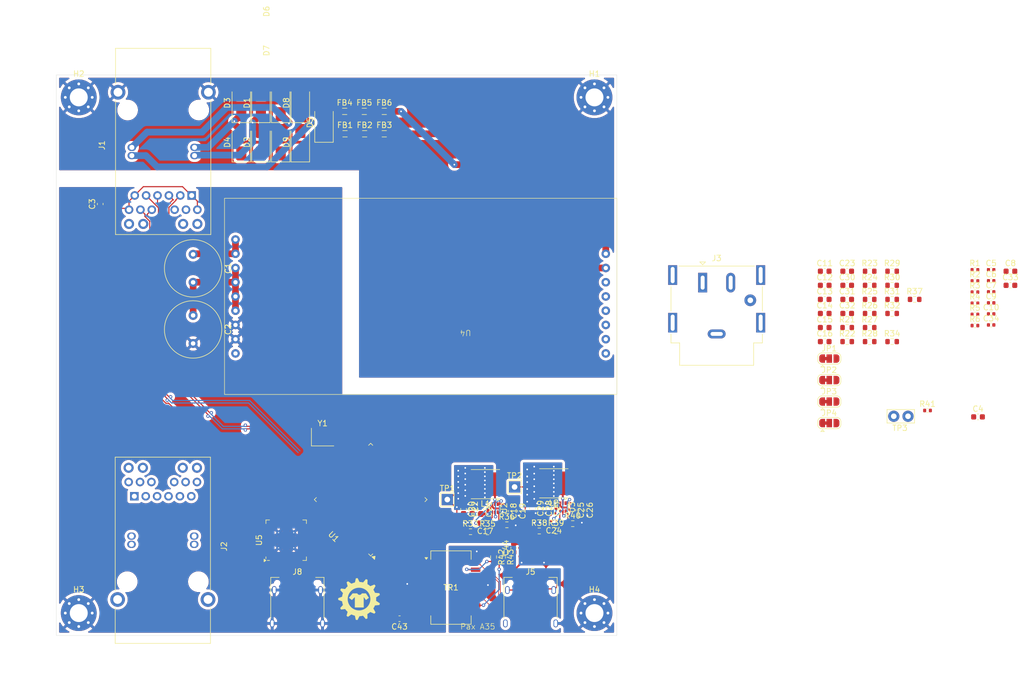
<source format=kicad_pcb>
(kicad_pcb (version 20241229) (generator "pcbnew") (generator_version "9.0")
  (layers (0 "F.Cu" signal) (4 "In1.Cu" signal) (6 "In2.Cu" signal) (2 "B.Cu" signal) (13 "F.Paste" user) (15 "B.Paste" user) (5 "F.SilkS" user "F.Silkscreen") (7 "B.SilkS" user "B.Silkscreen") (1 "F.Mask" user) (3 "B.Mask" user) (25 "Edge.Cuts" user))
  (net 0 "")
  (net 1 "GND")
  (net 2 "HV_SWR")
  (net 4 "Net-(U2-VBST)")
  (net 5 "Net-(U1-XTALO)")
  (net 6 "Net-(U3-VBST)")
  (net 18 "Net-(U1-XTALI)")
  (net 21 "+3.3V")
  (net 22 "+1V1")
  (net 23 "Net-(U1-EN_SWR)")
  (net 24 "Net-(U1-MDIREF)")
  (net 25 "+5V")
  (net 26 "GND2")
  (net 27 "+24V")
  (net 28 "Net-(U3-SW)")
  (net 29 "Net-(R33-Pad2)")
  (net 30 "Net-(R38-Pad2)")
  (net 31 "Net-(U3-VFB)")
  (net 32 "Net-(U2-SW)")
  (net 33 "Net-(U2-VFB)")
  (net 34 "Net-(JP1-A)")
  (net 35 "Net-(JP1-B)")
  (net 36 "Net-(JP4-A)")
  (net 37 "Net-(JP4-B)")
  (net 38 "Net-(JP3-A)")
  (net 39 "Net-(JP3-B)")
  (net 40 "Net-(JP2-B)")
  (net 41 "Net-(JP2-A)")
  (net 42 "Net-(J2-MXCT1)")
  (net 43 "Net-(C8-Pad2)")
  (net 45 "Net-(U4-VIN-)")
  (net 46 "Net-(U4-VIN+)")
  (net 53 "Net-(J1-MXCT1)")
  (net 54 "Net-(D1-A)")
  (net 55 "Net-(D1-K)")
  (net 56 "Net-(D2-K)")
  (net 57 "Net-(D3-K)")
  (net 58 "Net-(D6-K)")
  (net 59 "Net-(D8-K)")
  (net 60 "Net-(FB1-Pad2)")
  (net 61 "Net-(FB2-Pad2)")
  (net 62 "Net-(FB4-Pad2)")
  (net 63 "Net-(FB5-Pad2)")
  (net 68 "Net-(U1-nRESET)")
  (net 69 "Net-(C33-Pad2)")
  (net 105 "VDDCORE")
  (net 123 "/usbc_port/ETH_RX-")
  (net 124 "/usbc_port/RX-")
  (net 125 "/usbc_port/RX+")
  (net 126 "/usbc_port/ETH_RX+")
  (net 127 "/usbc_port/ETH_TX-")
  (net 128 "/usbc_port/TX-")
  (net 129 "/usbc_port/TX+")
  (net 130 "/usbc_port/ETH_TX+")
  (net 131 "/rj45_poe/A-")
  (net 132 "/rj45_poe/C-")
  (net 133 "/rj45_poe/A+")
  (net 134 "/rj45_poe/B-")
  (net 135 "/rj45_poe/D-")
  (net 136 "/rj45_poe/B+")
  (net 137 "/rj45_poe/D+")
  (net 138 "/rj45_poe/C+")
  (net 139 "/rj45_port/A+")
  (net 140 "/rj45_port/B+")
  (net 141 "/rj45_port/C-")
  (net 142 "/rj45_port/C+")
  (net 143 "/rj45_port/D+")
  (net 144 "/rj45_port/A-")
  (net 145 "/rj45_port/D-")
  (net 146 "/rj45_port/B-")
  (net 147 "/usbc_port/USB_D-")
  (net 148 "/usbc_port/USB_D+")
  (net 150 "/PaymentTerminal/ETH_B-")
  (net 151 "/PaymentTerminal/ETH_B+")
  (net 153 "/PaymentTerminal/ETH_A+")
  (net 164 "/PaymentTerminal/ETH_A-")
  (net 165 "/SDA")
  (net 166 "/INT")
  (net 167 "/SCL")
  (net 168 "/P4L")
  (net 169 "/P3L")
  (net 170 "/P2L")
  (net 171 "/P5L")
  (net 172 "/CONF1")
  (net 173 "/P1L")
  (net 174 "/CONF2")
  (net 175 "/usbc_port/D-")
  (net 176 "/P1G")
  (net 177 "/P5G")
  (net 178 "/usbc_port/C+")
  (net 179 "/usbc_port/D+")
  (net 180 "/usbc_port/C-")
  (net 181 "/P2G")
  (net 182 "HV_SWR_1")
  (net 183 "/P3G")
  (net 184 "/P4G")
  (net 185 "/PaymentTerminal/MG")
  (net 186 "/PaymentTerminal/A-")
  (net 187 "/PaymentTerminal/B-")
  (net 188 "/PaymentTerminal/A+")
  (net 189 "/PaymentTerminal/B+")
  (net 190 "Net-(TR1-C_RD)")
  (net 191 "Net-(TR1-C_TX)")
  (net 192 "Net-(TR1-C_RX)")
  (net 201 "Net-(J8-VBUS-PadA4)")
  (net 203 "Net-(J8-CC1)")
  (net 205 "Net-(J8-CC2)")
  (footprint "Capacitor_SMD:C_0603_1608Metric" (layer "F.Cu") (at 236.085 87.55)
    (property "Reference" "C32")
    (property "Value" "27pF")
  )
  (footprint "Inductor_SMD:L_0805_2012Metric" (layer "F.Cu") (at 146.4375 51.5)
    (property "Reference" "FB4")
    (property "Value" "FBMH3225HM102NT")
  )
  (footprint "Resistor_SMD:R_0603_1608Metric" (layer "F.Cu") (at 240.095 87.55)
    (property "Reference" "R26")
    (property "Value" "4.7k")
  )
  (footprint "Jumper:SolderJumper-3_P1.3mm_Bridged12_RoundedPad1.0x1.5mm" (layer "F.Cu") (at 232.895 107.105)
    (property "Reference" "JP4")
    (property "Value" "SMI_SEL")
  )
  (footprint "Capacitor_SMD:C_0603_1608Metric_Pad1.08x0.95mm_HandSolder" (layer "F.Cu") (at 183.75 124.85 180)
    (property "Reference" "C24")
    (property "Value" "100nF")
  )
  (footprint "Inductor_SMD:L_Taiyo-Yuden_MD-5050" (layer "F.Cu") (at 183.75 117.85 180)
    (property "Reference" "L2")
    (property "Value" "1.5uH")
  )
  (footprint "Capacitor_THT:C_Radial_D10.0mm_H16.0mm_P5.00mm" (layer "F.Cu") (at 119.4 77 -90)
    (property "Reference" "C1")
    (property "Value" "1000uF")
  )
  (footprint "Resistor_SMD:R_0603_1608Metric" (layer "F.Cu") (at 244.105 80.02)
    (property "Reference" "R29")
    (property "Value" "4.7k")
  )
  (footprint "Resistor_SMD:R_0402_1005Metric" (layer "F.Cu") (at 258.875 87.72)
    (property "Reference" "R5")
    (property "Value" "100")
  )
  (footprint "Resistor_SMD:R_0402_1005Metric" (layer "F.Cu") (at 258.875 83.74)
    (property "Reference" "R3")
    (property "Value" "100")
  )
  (footprint "Inductor_SMD:L_Taiyo-Yuden_MD-5050" (layer "F.Cu") (at 171.55 118 180)
    (property "Reference" "L1")
    (property "Value" "1.5uH")
  )
  (footprint "Capacitor_SMD:C_0603_1608Metric_Pad1.08x0.95mm_HandSolder" (layer "F.Cu") (at 179.95 122.3125 -90)
    (property "Reference" "C29")
    (property "Value" "22uF")
  )
  (footprint "Capacitor_SMD:C_0603_1608Metric" (layer "F.Cu") (at 232.075 92.57)
    (property "Reference" "C16")
    (property "Value" "100nF")
  )
  (footprint "MountingHole:MountingHole_3.2mm_M3_Pad_Via" (layer "F.Cu") (at 191 49)
    (property "Reference" "H1")
    (property "Value" "MountingHole_Pad")
  )
  (footprint "Capacitor_SMD:C_0603_1608Metric" (layer "F.Cu") (at 236.085 85.04)
    (property "Reference" "C31")
    (property "Value" "27pF")
  )
  (footprint "Inductor_SMD:L_0805_2012Metric" (layer "F.Cu") (at 146.5 55.5)
    (property "Reference" "FB1")
    (property "Value" "FBMH3225HM102NT")
  )
  (footprint "Capacitor_SMD:C_0603_1608Metric_Pad1.08x0.95mm_HandSolder" (layer "F.Cu") (at 188.75 122.65 -90)
    (property "Reference" "C26")
    (property "Value" "10uF")
  )
  (footprint "Capacitor_SMD:C_0603_1608Metric" (layer "F.Cu") (at 232.075 90.06)
    (property "Reference" "C15")
    (property "Value" "100nF")
  )
  (footprint "Package_QFP:LQFP-128_14x14mm_P0.4mm" (layer "F.Cu") (at 151.076784 120.759627 135)
    (property "Reference" "U1")
    (property "Value" "RTL8367S")
  )
  (footprint "Resistor_SMD:R_0603_1608Metric" (layer "F.Cu") (at 174.6 131 -90)
    (property "Reference" "R43")
    (property "Value" "75")
  )
  (footprint "Resistor_SMD:R_0603_1608Metric" (layer "F.Cu") (at 171.925 126.5)
    (property "Reference" "R35")
    (property "Value" "4.99k")
  )
  (footprint "Capacitor_SMD:C_0402_1005Metric" (layer "F.Cu") (at 261.765 81.72)
    (property "Reference" "C6")
    (property "Value" "0.056uF")
  )
  (footprint "Resistor_SMD:R_0603_1608Metric" (layer "F.Cu") (at 181.15 126.35)
    (property "Reference" "R38")
    (property "Value" "6.2k")
  )
  (footprint "Connector_USB:USB_C_Receptacle_Amphenol_12401610E4-2A" (layer "F.Cu") (at 138 140)
    (property "Reference" "J8")
    (property "Value" "USB_C_Receptacle")
  )
  (footprint "Resistor_SMD:R_0603_1608Metric" (layer "F.Cu") (at 175.375 125.25)
    (property "Reference" "R36")
    (property "Value" "10k")
  )
  (footprint "Capacitor_SMD:C_0603_1608Metric" (layer "F.Cu") (at 102.8305 68.025 90)
    (property "Reference" "C3")
    (property "Value" "100nF")
  )
  (footprint "Capacitor_SMD:C_0603_1608Metric_Pad1.08x0.95mm_HandSolder" (layer "F.Cu") (at 167.65 122.4625 -90)
    (property "Reference" "C20")
    (property "Value" "22uF")
  )
  (footprint "Diode_SMD:D_SMA" (layer "F.Cu") (at 138.53 57 90)
    (property "Reference" "D9")
    (property "Value" "SS36")
  )
  (footprint "Resistor_SMD:R_0402_1005Metric" (layer "F.Cu") (at 250.415 104.86)
    (property "Reference" "R41")
    (property "Value" "2.49k")
  )
  (footprint "MountingHole:MountingHole_3.2mm_M3_Pad_Via" (layer "F.Cu") (at 99 141)
    (property "Reference" "H3")
    (property "Value" "MountingHole_Pad")
  )
  (footprint "Capacitor_SMD:C_0603_1608Metric" (layer "F.Cu") (at 259.425 106)
    (property "Reference" "C4")
    (property "Value" "100nF")
  )
  (footprint "Resistor_SMD:R_0402_1005Metric" (layer "F.Cu") (at 258.875 89.71)
    (property "Reference" "R6")
    (property "Value" "49.9")
  )
  (footprint "Capacitor_SMD:C_0603_1608Metric_Pad1.08x0.95mm_HandSolder" (layer "F.Cu") (at 176.75 122.8 -90)
    (property "Reference" "C19")
    (property "Value" "10uF")
  )
  (footprint "Diode_SMD:D_SMA" (layer "F.Cu") (at 135.03 57 90)
    (property "Reference" "D7")
    (property "Value" "SS36")
  )
  (footprint "Capacitor_SMD:C_0603_1608Metric_Pad1.08x0.95mm_HandSolder" (layer "F.Cu") (at 181.45 122.3125 -90)
    (property "Reference" "C28")
    (property "Value" "22uF")
  )
  (footprint "TestPoint:TestPoint_THTPad_2.0x2.0mm_Drill1.0mm" (layer "F.Cu") (at 164.75 120.75)
    (property "Reference" "TP1")
    (property "Value" "1.1V")
  )
  (footprint "Capacitor_SMD:C_0402_1005Metric" (layer "F.Cu") (at 261.765 89.6)
    (property "Reference" "C34")
    (property "Value" "0.056uF")
  )
  (footprint "Capacitor_SMD:C_0603_1608Metric" (layer "F.Cu") (at 236.085 82.53)
    (property "Reference" "C30")
    (property "Value" "100nF")
  )
  (footprint "Capacitor_SMD:C_0603_1608Metric" (layer "F.Cu") (at 156.225 142 180)
    (property "Reference" "C43")
    (property "Value" "100nF")
  )
  (footprint "Capacitor_SMD:C_0603_1608Metric" (layer "F.Cu") (at 236.085 80.02)
    (property "Reference" "C23")
    (property "Value" "100nF")
  )
  (footprint "Resistor_SMD:R_0603_1608Metric" (layer "F.Cu") (at 244.105 92.57)
    (property "Reference" "R34")
    (property "Value" "4.7k")
  )
  (footprint "Capacitor_SMD:C_0603_1608Metric" (layer "F.Cu") (at 176.6 129.375 90)
    (property "Reference" "C44")
    (property "Value" "1nF")
  )
  (footprint "Diode_SMD:D_SMA" (layer "F.Cu") (at 135.03 50 90)
    (property "Reference" "D6")
    (property "Value" "SS36")
  )
  (footprint "Resistor_SMD:R_0603_1608Metric" (layer "F.Cu") (at 236.085 90.06)
    (property "Reference" "R21")
    (property "Value" "4.7k")
  )
  (footprint "Resistor_SMD:R_0603_1608Metric" (layer "F.Cu") (at 240.095 85.04)
    (property "Reference" "R25")
    (property "Value" "4.7k")
  )
  (footprint "Capacitor_SMD:C_0603_1608Metric_Pad1.08x0.95mm_HandSolder" (layer "F.Cu") (at 169.18 122.455 -90)
    (property "Reference" "C22")
    (property "Value" "22uF")
  )
  (footprint "Resistor_SMD:R_0402_1005Metric" (layer "F.Cu") (at 258.875 85.73)
    (property "Reference" "R4")
    (property "Value" "49.9")
  )
  (footprint "Capacitor_SMD:C_0603_1608Metric" (layer "F.Cu") (at 232.075 87.55)
    (property "Reference" "C14")
    (property "Value" "100nF")
  )
  (footprint "Capacitor_SMD:C_0603_1608Metric" (layer "F.Cu") (at 265.205 80.02)
    (property "Reference" "C8")
    (property "Value" "100nF")
  )
  (footprint "Connector:CUI_PD-30S" (layer "F.Cu") (at 210.3 82.05)
    (property "Reference" "J3")
    (property "Value" "CUI_PD-30S")
  )
  (footprint "Capacitor_SMD:C_0603_1608Metric_Pad1.08x0.95mm_HandSolder" (layer "F.Cu") (at 170.75 122.4625 -90)
    (property "Reference" "C21")
    (property "Value" "22uF")
  )
  (footprint "Capacitor_SMD:C_0603_1608Metric_Pad1.08x0.95mm_HandSolder" (layer "F.Cu") (at 187.15 122.65 -90)
    (property "Reference" "C25")
    (property "Value" "10uF")
  )
  (footprint "Resistor_SMD:R_0603_1608Metric" (layer "F.Cu") (at 240.095 90.06)
    (property "Reference" "R27")
    (property "Value" "4.7k")
  )
  (footprint "Resistor_SMD:R_0603_1608Metric" (layer "F.Cu") (at 240.095 80.02)
    (property "Reference" "R23")
    (property "Value" "4.7k")
  )
  (footprint "Diode_SMD:D_SMA" (layer "F.Cu") (at 128 50 90)
    (property "Reference" "D3")
    (property "Value" "SS36")
  )
  (footprint "Package_DFN_QFN:QFN-56-1EP_7x7mm_P0.4mm_EP3.2x3.2mm_ThermalVias" (layer "F.Cu") (at 136 128 90)
    (property "Reference" "U5")
    (property "Value" "~")
  )
  (footprint "Capacitor_SMD:C_0402_1005Metric" (layer "F.Cu") (at 261.765 79.75)
    (property "Reference" "C5")
    (property "Value" "0.056uF")
  )
  (footprint "Inductor_SMD:L_0805_2012Metric" (layer "F.Cu") (at 150 55.5)
    (property "Reference" "FB2")
    (property "Value" "FBMH3225HM102NT")
  )
  (footprint "Resistor_SMD:R_0603_1608Metric" (layer "F.Cu") (at 184.15 126.35)
    (property "Reference" "R39")
    (property "Value" "39k")
  )
  (footprint "Connector_USB:USB_C_Receptacle_Amphenol_12401610E4-2A" (layer "F.Cu") (at 179.6 140)
    (property "Reference" "J5")
    (property "Value" "USB_C_Receptacle")
  )
  (footprint "Inductor_SMD:L_0805_2012Metric" (layer "F.Cu") (at 149.9375 51.5)
    (property "Reference" "FB5")
    (property "Value" "FBMH3225HM102NT")
  )
  (footprint "Capacitor_SMD:C_0603_1608Metric" (layer "F.Cu") (at 265.205 82.53)
    (property "Reference" "C33")
    (property "Value" "100nF")
  )
  (footprint "Capacitor_SMD:C_0603_1608Metric" (layer "F.Cu") (at 232.075 80.02)
    (property "Reference" "C11")
    (property "Value" "100nF")
  )
  (footprint "Diode_SMD:D_SMA" (layer "F.Cu") (at 142.75 53.5 90)
    (property "Reference" "D5")
    (property "Value" "SMAJ58A")
  )
  (footprint "Jumper:SolderJumper-3_P1.3mm_Bridged12_RoundedPad1.0x1.5mm" (layer "F.Cu") (at 232.895 103.27)
    (property "Reference" "JP3")
    (property "Value" "DIS_8051")
  )
  (footprint "Resistor_SMD:R_0603_1608Metric" (layer "F.Cu") (at 168.89 126.49)
    (property "Reference" "R33")
    (property "Value" "3.3k")
  )
  (footprint "Resistor_SMD:R_0402_1005Metric" (layer "F.Cu") (at 258.875 79.76)
    (property "Reference" "R1")
    (property "Value" "49.9")
  )
  (footprint "Transformer_SMD:Transformer_Ethernet_Bourns_PT61017PEL" (layer "F.Cu") (at 165.4 136.445)
    (property "Reference" "TR1")
    (property "Value" "PT61017PEL")
  )
  (footprint "Resistor_SMD:R_0603_1608Metric" (layer "F.Cu") (at 187.125 125.05)
    (property "Reference" "R40")
    (property "Value" "10k")
  )
  (footprint "Resistor_SMD:R_0603_1608Metric" (layer "F.Cu") (at 244.105 87.55)
    (property "Reference" "R32")
    (property "Value" "4.7k")
  )
  (footprint "Jumper:SolderJumper-3_P1.3mm_Bridged12_RoundedPad1.0x1.5mm" (layer "F.Cu") (at 232.895 95.6)
    (property "Reference" "JP1")
    (property "Value" "EEPROM_MOD")
  )
  (footprint "Diode_SMD:D_SMA" (layer "F.Cu") (at 131.5 50 90)
    (property "Reference" "D1")
    (property "Value" "SS36")
  )
  (footprint "Library:RJ45_Wuerth_7499511420" (layer "F.Cu") (at 108.9845 66.5 90)
    (property "Reference" "J1")
    (property "Value" "RJ45_Wuerth_7499511420")
  )
  (footprint "Diode_SMD:D_SMA" (layer "F.Cu") (at 128 57 90)
    (property "Reference" "D4")
    (property "Value" "SS36")
  )
  (footprint "Resistor_SMD:R_0603_1608Metric" (layer "F.Cu") (at 248.115 85.04)
    (property "Reference" "R37")
    (property "Value" "1k")
  )
  (footprint "Capacitor_SMD:C_0402_1005Metric" (layer "F.Cu") (at 261.765 85.66)
    (property "Reference" "C9")
    (property "Value" "0.056uF")
  )
  (footprint "Capacitor_SMD:C_0603_1608Metric" (layer "F.Cu") (at 232.075 82.53)
    (property "Reference" "C12")
    (property "Value" "100nF")
  )
  (footprint "Diode_SMD:D_SMA" (layer "F.Cu") (at 138.53 50 90)
    (property "Reference" "D8")
    (property "Value" "SS36")
  )
  (footprint "Inductor_SMD:L_0805_2012Metric" (layer "F.Cu") (at 153.5 55.5)
    (property "Reference" "FB3")
    (property "Value" "FBMH3225HM102NT")
  )
  (footprint "Capacitor_SMD:C_0603_1608Metric_Pad1.08x0.95mm_HandSolder" (layer "F.Cu") (at 175.15 122.8 -90)
    (property "Reference" "C18")
    (property "Value" "10uF")
  )
  (footprint "Capacitor_SMD:C_0603_1608Metric_Pad1.08x0.95mm_HandSolder" (layer "F.Cu") (at 182.92 122.3125 -90)
    (property "Reference" "C27")
    (property "Value" "22uF")
  )
  (footprint "MountingHole:MountingHole_3.2mm_M3_Pad_Via" (layer "F.Cu") (at 99 49)
    (property "Reference" "H2")
    (property "Value" "MountingHole_Pad")
  )
  (footprint "Resistor_SMD:R_0402_1005Metric" (layer "F.Cu") (at 258.875 81.75)
    (property "Reference" "R2")
    (property "Value" "49.9")
  )
  (footprint "Library:AG5800" (layer "F.Cu") (at 195 102 180)
    (property "Reference" "U4")
    (property "Value" "AG5800")
  )
  (footprint "Capacitor_SMD:C_0402_1005Metric" (layer "F.Cu") (at 261.765 83.69)
    (property "Reference" "C7")
    (property "Value" "22pF")
  )
  (footprint "MountingHole:MountingHole_3.2mm_M3_Pad_Via" (layer "F.Cu") (at 191 141)
    (property "Reference" "H4")
    (property "Value" "MountingHole_Pad")
  )
  (footprint "Capacitor_SMD:C_0603_1608Metric_Pad1.08x0.95mm_HandSolder" (layer "F.Cu") (at 171.5 124.95 180)
    (property "Reference" "C17")
    (property "Value" "100nF")
  )
  (footprint "Capacitor_THT:C_Radial_D10.0mm_H16.0mm_P5.00mm" (layer "F.Cu") (at 119.4 87.9 -90)
    (property "Reference" "C2")
    (property "Value" "1000uF")
  )
  (footprint "Inductor_SMD:L_0805_2012Metric" (layer "F.Cu") (at 153.5 51.5)
    (property "Reference" "FB6")
    (property "Value" "FBMH3225HM102NT")
  )
  (footprint "Crystal:Crystal_SMD_SeikoEpson_TSX3225-4Pin_3.2x2.5mm" (layer "F.Cu") (at 142.5 109.6)
    (property "Reference" "Y1")
    (property "Value" "TSX-3225")
  )
  (footprint "Resistor_SMD:R_0603_1608Metric" (layer "F.Cu") (at 244.105 85.04)
    (property "Reference" "R31")
    (property "Value" "4.7k")
  )
  (footprint "Jumper:SolderJumper-3_P1.3mm_Bridged12_RoundedPad1.0x1.5mm" (layer "F.Cu") (at 232.895 99.435)
    (property "Reference" "JP2")
    (property "Value" "EN_SPIF")
  )
  (footprint "Capacitor_SMD:C_0402_1005Metric" (layer "F.Cu") (at 261.765 87.63)
    (property "Reference" "C10")
    (property "Value" "22pF")
  )
  (footprint "Package_TO_SOT_SMD:SOT-563" (layer "F.Cu") (at 185.35 122.1125 -90)
    (property "Reference" "U3")
    (property "Value" "TPS562231")
  )
  (footprint "Package_TO_SOT_SMD:SOT-563" (layer "F.Cu") (at 173.25 122.2875 -90)
    (property "Reference" "U2")
    (property "Value" "TPS562231")
  )
  (footprint "Resistor_SMD:R_0603_1608Metric" (layer "F.Cu") (at 240.095 92.57)
    (property "Reference" "R28")
    (property "Value" "4.7k")
  )
  (footprint "Diode_SMD:D_SMA" (layer "F.Cu") (at 131.5 57 90)
    (property "Reference" "D2")
    (property "Value" "SS36")
  )
  (footprint "TestPoint:TestPoint_Bridge_Pitch2.54mm_Drill1.0mm" (layer "F.Cu") (at 244.395 105.89)
    (property "Reference" "TP3")
    (property "Value" "Ground point")
  )
  (footprint "Library:RJ45_Wuerth_7499511420" (layer "F.Cu") (at 119.075 120.16 -90)
    (property "Reference" "J2")
    (property "Value" "RJ45_Wuerth_7499511420")
  )
  (footprint "Resistor_SMD:R_0603_1608Metric" (layer "F.Cu") (at 236.085 92.57)
    (property "Reference" "R22")
    (property "Value" "4.7k")
  )
  (footprint "Capacitor_SMD:C_0603_1608Metric" (layer "F.Cu") (at 232.075 85.04)
    (property "Reference" "C13")
    (property "Value" "100nF")
  )
  (footprint "Resistor_SMD:R_0603_1608Metric" (layer "F.Cu") (at 173 131 -90)
    (property "Reference" "R42")
    (property "Value" "75")
  )
  (footprint "Resistor_SMD:R_0603_1608Metric" (layer "F.Cu") (at 240.095 82.53)
    (property "Reference" "R24")
    (property "Value" "4.7k")
  )
  (footprint "Resistor_SMD:R_0603_1608Metric" (layer "F.Cu") (at 244.105 82.53)
    (property "Reference" "R30")
    (property "Value" "4.7k")
  )
  (footprint "TestPoint:TestPoint_THTPad_2.0x2.0mm_Drill1.0mm" (layer "F.Cu") (at 176.75 118.5)
    (property "Reference" "TP2")
    (property "Value" "3.3V")
  )
  (gr_poly (pts (xy 149.087907 135.446256) (xy 149.168738 135.449786) (xy 149.249407 135.455449) (xy 149.329871 135.463241) (xy 149.410087 135.473154) (xy 149.490014 135.485183) (xy 149.569608 135.499321) (xy 149.648829 135.515563) (xy 149.727632 135.533903) (xy 149.729631 135.526243) (xy 150.224992 134.943418) (xy 150.521364 135.056577) (xy 150.502214 135.821287) (xy 150.494203 135.835966) (xy 150.563855 135.876204) (xy 150.63239 135.918235) (xy 150.699776 135.962037) (xy 150.765977 136.007585) (xy 150.83096 136.054858) (xy 150.894689 136.103831) (xy 150.957131 136.154481) (xy 151.018251 136.206785) (xy 151.033143 136.189512) (xy 151.742601 135.903684) (xy 151.952409 136.14163) (xy 151.580079 136.809782) (xy 151.557283 136.82498) (xy 151.600308 136.892638) (xy 151.641525 136.961371) (xy 151.680916 137.03114) (xy 151.71846 137.101908) (xy 151.754137 137.173635) (xy 151.787929 137.246284) (xy 151.819816 137.319816) (xy 151.849779 137.394193) (xy 151.879182 137.382597) (xy 152.640138 137.459257) (xy 152.715379 137.767362) (xy 152.075197 138.186003) (xy 152.04442 138.189359) (xy 152.048203 138.228293) (xy 152.051487 138.267269) (xy 152.05427 138.306284) (xy 152.056552 138.345331) (xy 152.058335 138.384405) (xy 152.059618 138.423501) (xy 152.060402 138.462614) (xy 152.060686 138.501737) (xy 152.059962 138.542711) (xy 152.058693 138.583664) (xy 152.05688 138.624591) (xy 152.054521 138.665487) (xy 152.051616 138.706346) (xy 152.048163 138.747162) (xy 152.044162 138.787929) (xy 152.039613 138.828642) (xy 152.073732 138.832457) (xy 152.711961 139.253965) (xy 152.635393 139.561735) (xy 151.874025 139.634977) (xy 151.846589 139.624022) (xy 151.81604 139.698193) (xy 151.78357 139.771499) (xy 151.7492 139.843903) (xy 151.712949 139.915369) (xy 151.674837 139.985861) (xy 151.634884 140.055342) (xy 151.593109 140.123777) (xy 151.549531 140.19113) (xy 151.572435 140.20645) (xy 151.941774 140.87628) (xy 151.730852 141.113249) (xy 151.022706 140.824156) (xy 151.0085 140.807585) (xy 150.947186 140.859726) (xy 150.88455 140.910207) (xy 150.820629 140.959006) (xy 150.755456 141.006098) (xy 150.689068 141.05146) (xy 150.621499 141.09507) (xy 150.552783 141.136904) (xy 150.482957 141.176939) (xy 150.490053 141.190092) (xy 150.505754 141.954802) (xy 150.208848 142.066618) (xy 149.716127 141.481596) (xy 149.714128 141.472685) (xy 149.635297 141.490553) (xy 149.556064 141.50632) (xy 149.476469 141.519983) (xy 149.396556 141.531538) (xy 149.316366 141.540982) (xy 149.235942 141.54831) (xy 149.155324 141.55352) (xy 149.074556 141.556608) (xy 149.074556 141.557951) (xy 148.733034 142.242399) (xy 148.41826 142.203459) (xy 148.253724 141.464293) (xy 148.17444 141.443299) (xy 148.095791 141.420201) (xy 148.017816 141.395013) (xy 147.940559 141.36775) (xy 147.864059 141.338427) (xy 147.788357 141.307059) (xy 147.713495 141.273662) (xy 147.639512 141.238249) (xy 147.029695 141.673277) (xy 146.769029 141.49243) (xy 146.960328 140.773497) (xy 146.899199 140.717212) (xy 146.839656 140.659319) (xy 146.78173 140.599854) (xy 146.72545 140.538851) (xy 146.670847 140.476344) (xy 146.61795 140.412368) (xy 146.56679 140.346959) (xy 146.517396 140.280149) (xy 145.785921 140.377775) (xy 145.639192 140.096495) (xy 146.134813 139.553923) (xy 146.107028 139.474946) (xy 146.081427 139.395287) (xy 146.058021 139.314991) (xy 146.036823 139.234102) (xy 146.017842 139.152666) (xy 146.001091 139.070726) (xy 145.98658 138.988328) (xy 145.974321 138.905516) (xy 145.286699 138.652647) (xy 145.286878 138.475314) (xy 146.979613 138.475314) (xy 146.980879 138.575643) (xy 146.987216 138.676531) (xy 146.998717 138.777825) (xy 147.015475 138.879371) (xy 147.037584 138.981016) (xy 147.064797 139.081412) (xy 147.096713 139.179254) (xy 147.133179 139.274451) (xy 147.17404 139.366908) (xy 147.219144 139.456532) (xy 147.268336 139.543231) (xy 147.321464 139.62691) (xy 147.378375 139.707478) (xy 147.438914 139.784839) (xy 147.502928 139.858902) (xy 147.570263 139.929573) (xy 147.640767 139.996758) (xy 147.714286 140.060365) (xy 147.790666 140.1203) (xy 147.869754 140.176469) (xy 147.951396 140.228781) (xy 148.03544 140.277141) (xy 148.121731 140.321455) (xy 148.210116 140.361632) (xy 148.300441 140.397578) (xy 148.392554 140.429199) (xy 148.4863 140.456402) (xy 148.581527 140.479093) (xy 148.678081 140.497181) (xy 148.775808 140.510571) (xy 148.874554 140.51917) (xy 148.974168 140.522885) (xy 149.074494 140.521622) (xy 149.17538 140.515289) (xy 149.276672 140.503792) (xy 149.378216 140.487038) (xy 149.47986 140.464933) (xy 149.580261 140.43772) (xy 149.678108 140.405803) (xy 149.773309 140.369337) (xy 149.865771 140.328475) (xy 149.955399 140.283369) (xy 150.042101 140.234175) (xy 150.125784 140.181045) (xy 150.206353 140.124133) (xy 150.283717 140.063591) (xy 150.357782 139.999575) (xy 150.428454 139.932237) (xy 150.49564 139.86173) (xy 150.559248 139.788208) (xy 150.619183 139.711825) (xy 150.675353 139.632734) (xy 150.727664 139.551088) (xy 150.776024 139.467042) (xy 150.820338 139.380748) (xy 150.860514 139.292359) (xy 150.896458 139.20203) (xy 150.928077 139.109914) (xy 150.955278 139.016165) (xy 150.977967 138.920935) (xy 150.996052 138.824378) (xy 151.00944 138.726649) (xy 151.018036 138.627899) (xy 151.021747 138.528283) (xy 151.020481 138.427954) (xy 151.014145 138.327066) (xy 151.002644 138.225772) (xy 150.985886 138.124226) (xy 150.963777 138.022581) (xy 150.940585 137.935895) (xy 150.913819 137.850979) (xy 150.883573 137.767905) (xy 150.849944 137.686744) (xy 150.813026 137.607569) (xy 150.772915 137.530452) (xy 150.729706 137.455463) (xy 150.683494 137.382675) (xy 150.634374 137.31216) (xy 150.582441 137.243988) (xy 150.47052 137.114966) (xy 150.348491 136.996183) (xy 150.217117 136.888212) (xy 150.077158 136.791628) (xy 149.929378 136.707005) (xy 149.774536 136.634917) (xy 149.694706 136.603754) (xy 149.613396 136.575939) (xy 149.530702 136.551545) (xy 149.446719 136.530644) (xy 149.361542 136.513308) (xy 149.275267 136.499607) (xy 149.187988 136.489615) (xy 149.099801 136.483402) (xy 149.010801 136.481041) (xy 148.921083 136.482603) (xy 148.870602 136.485233) (xy 148.820226 136.489118) (xy 148.769979 136.494255) (xy 148.719884 136.500643) (xy 148.669966 136.508279) (xy 148.620246 136.517163) (xy 148.57075 136.527291) (xy 148.521501 136.538664) (xy 148.4211 136.565877) (xy 148.323253 136.597794) (xy 148.228051 136.63426) (xy 148.13559 136.675122) (xy 148.045962 136.720228) (xy 147.95926 136.769422) (xy 147.875577 136.822552) (xy 147.795007 136.879464) (xy 147.717644 136.940006) (xy 147.643579 137.004022) (xy 147.572907 137.07136) (xy 147.50572 137.141867) (xy 147.442113 137.215389) (xy 147.382177 137.291772) (xy 147.326008 137.370863) (xy 147.273696 137.452509) (xy 147.225337 137.536555) (xy 147.181023 137.62285) (xy 147.140847 137.711238) (xy 147.104903 137.801567) (xy 147.073284 137.893683) (xy 147.046083 137.987432) (xy 147.023393 138.082662) (xy 147.005308 138.179219) (xy 146.991921 138.276948) (xy 146.983325 138.375698) (xy 146.979613 138.475314) (xy 145.286878 138.475314) (xy 145.287019 138.335417) (xy 145.975694 138.08563) (xy 145.988072 138.002717) (xy 146.002709 137.920221) (xy 146.019595 137.838189) (xy 146.038717 137.756666) (xy 146.060063 137.675698) (xy 146.083622 137.595331) (xy 146.109382 137.51561) (xy 146.13733 137.436582) (xy 145.645997 136.893064) (xy 145.794053 136.612486) (xy 146.525606 136.713712) (xy 146.575108 136.64692) (xy 146.626379 136.581538) (xy 146.679386 136.517597) (xy 146.7341 136.455133) (xy 146.790489 136.394178) (xy 146.848524 136.334766) (xy 146.908174 136.276929) (xy 146.969407 136.220701) (xy 146.782167 135.502226) (xy 147.043626 135.322599) (xy 147.652482 135.761564) (xy 147.726469 135.726355) (xy 147.801334 135.693155) (xy 147.877035 135.661981) (xy 147.953531 135.632849) (xy 148.030779 135.605773) (xy 148.108737 135.58077) (xy 148.187364 135.557856) (xy 148.266618 135.537046) (xy 148.43448 134.798734) (xy 148.749528 134.761198)) (stroke (width -0.000001)) (fill yes) (layer "F.SilkS"))
  (gr_poly (pts (xy 148.703531 137.515737) (xy 148.719514 137.543627) (xy 148.737353 137.570058) (xy 148.756944 137.594964) (xy 148.77818 137.618274) (xy 148.800959 137.63992) (xy 148.825174 137.659834) (xy 148.850722 137.677946) (xy 148.877498 137.694188) (xy 148.905397 137.708491) (xy 148.934314 137.720787) (xy 148.964146 137.731007) (xy 148.994786 137.739082) (xy 149.026132 137.744943) (xy 149.058077 137.748522) (xy 149.090517 137.749749) (xy 149.106802 137.749443) (xy 149.122976 137.74854) (xy 149.139026 137.747048) (xy 149.154939 137.744976) (xy 149.170703 137.742333) (xy 149.186304 137.739127) (xy 149.201728 137.735368) (xy 149.216963 137.731062) (xy 149.231996 137.72622) (xy 149.246814 137.72085) (xy 149.261403 137.71496) (xy 149.275751 137.708559) (xy 149.289844 137.701656) (xy 149.303669 137.694259) (xy 149.317213 137.686376) (xy 149.330463 137.678017) (xy 149.343406 137.669189) (xy 149.356029 137.659903) (xy 149.368318 137.650165) (xy 149.380261 137.639985) (xy 149.391844 137.629372) (xy 149.403055 137.618333) (xy 149.41388 137.606878) (xy 149.424306 137.595015) (xy 149.434321 137.582752) (xy 149.44391 137.570099) (xy 149.453061 137.557064) (xy 149.461761 137.543656) (xy 149.469996 137.529882) (xy 149.477754 137.515752) (xy 149.485021 137.501275) (xy 149.491785 137.486458) (xy 150.234375 137.486458) (xy 150.763542 138.280208) (xy 150.234375 138.677083) (xy 149.8375 138.147916) (xy 149.8375 140) (xy 148.25 140) (xy 148.25 138.147916) (xy 147.720833 138.677083) (xy 147.191667 138.280208) (xy 147.853125 137.486458) (xy 148.689508 137.486458)) (stroke (width -0.000001)) (fill yes) (layer "F.SilkS"))
  (gr_rect (start 95 45) (end 195 145) (stroke (width 0.05)) (fill no) (layer "Edge.Cuts"))
  (gr_text "Pax A35" (at 167 144 0) (layer "F.SilkS") (effects (font (size 1 1) (thickness 0.1)) (justify left bottom)))
  (segment (start 171.925 123.325) (end 170.75 123.325) (width 0.34) (layer "F.Cu") (net 1))
  (segment (start 167.65 123.325) (end 168.45 123.325) (width 0.34) (layer "F.Cu") (net 1))
  (segment (start 175.47 136.89) (end 176.39 136.89) (width 0.2) (layer "F.Cu") (net 1))
  (segment (start 176.85 135.828) (end 176.6 136.078) (width 0.3) (layer "F.Cu") (net 1))
  (segment (start 169.1725 123.325) (end 169.18 123.3175) (width 0.34) (layer "F.Cu") (net 1))
  (segment (start 182.1 136.68) (end 183.52 136.68) (width 0.2) (layer "F.Cu") (net 1))
  (segment (start 174.608816 122.941184) (end 175.15 123.482368) (width 0.34) (layer "F.Cu") (net 1))
  (segment (start 169.95 123.325) (end 169.1875 123.325) (width 0.34) (layer "F.Cu") (net 1))
  (segment (start 170.75 123.325) (end 169.95 123.325) (width 0.34) (layer "F.Cu") (net 1))
  (segment (start 168.45 123.325) (end 169.1725 123.325) (width 0.34) (layer "F.Cu") (net 1))
  (segment (start 186.109132 122.1665) (end 187.15 123.207368) (width 0.34) (layer "F.Cu") (net 1))
  (segment (start 180.5 123.175) (end 181.45 123.175) (width 0.34) (layer "F.Cu") (net 1))
  (segment (start 169.1875 123.325) (end 169.18 123.3175) (width 0.34) (layer "F.Cu") (net 1))
  (segment (start 174.009132 122.3415) (end 174.608816 122.941184) (width 0.34) (layer "F.Cu") (net 1))
  (segment (start 184.3 136.32) (end 183.73 136.89) (width 0.2) (layer "F.Cu") (net 1))
  (segment (start 175.15 123.482368) (end 175.15 123.6625) (width 0.34) (layer "F.Cu") (net 1))
  (segment (start 182.616 134.714) (end 183.733562 134.714) (width 0.2) (layer "F.Cu") (net 1))
  (segment (start 172.75 121.992632) (end 173.098868 122.3415) (width 0.34) (layer "F.Cu") (net 1))
  (segment (start 185.198868 122.1665) (end 186.109132 122.1665) (width 0.34) (layer "F.Cu") (net 1))
  (segment (start 176.85 133.15) (end 178 132) (width 0.3) (layer "F.Cu") (net 1))
  (segment (start 175.15 123.6625) (end 176.75 123.6625) (width 0.2) (layer "F.Cu") (net 1))
  (segment (start 183.492632 123.175) (end 183.896316 122.771316) (width 0.34) (layer "F.Cu") (net 1))
  (segment (start 176.85 134.98) (end 176.85 133.15) (width 0.3) (layer "F.Cu") (net 1))
  (segment (start 173.098868 122.3415) (end 174.009132 122.3415) (width 0.34) (layer "F.Cu") (net 1))
  (segment (start 172.75 122) (end 171.95 122.8) (width 0.34) (layer "F.Cu") (net 1))
  (segment (start 183.896316 122.771316) (end 184.85 121.817632) (width 0.34) (layer "F.Cu") (net 1))
  (segment (start 171.95 123.35) (end 171.925 123.325) (width 0.34) (layer "F.Cu") (net 1))
  (segment (start 184.85 121.4) (end 184.85 121.817632) (width 0.34) (layer "F.Cu") (net 1))
  (segment (start 172.75 121.575) (end 172.75 122) (width 0.34) (layer "F.Cu") (net 1))
  (segment (start 188.75 123.5125) (end 187.15 123.5125) (width 0.34) (layer "F.Cu") (net 1))
  (segment (start 172.75 121.575) (end 172.75 121.992632) (width 0.34) (layer "F.Cu") (net 1))
  (segment (start 182.25 123.175) (end 181.45 123.175) (width 0.34) (layer "F.Cu") (net 1))
  (segment (start 184.3 135.280438) (end 184.3 136.32) (width 0.2) (layer "F.Cu") (net 1))
  (segment (start 187.15 123.207368) (end 187.15 123.5125) (width 0.34) (layer "F.Cu") (net 1))
  (segment (start 176.39 136.89) (end 176.6 136.68) (width 0.2) (layer "F.Cu") (net 1))
  (segment (start 182.92 123.175) (end 182.25 123.175) (width 0.34) (layer "F.Cu") (net 1))
  (segment (start 171.95 122.8) (end 171.95 123.35) (width 0.34) (layer "F.Cu") (net 1))
  (segment (start 183.52 136.68) (end 183.73 136.89) (width 0.2) (layer "F.Cu") (net 1))
  (segment (start 176.6 136.078) (end 176.6 136.68) (width 0.3) (layer "F.Cu") (net 1))
  (segment (start 183.733562 134.714) (end 184.3 135.280438) (width 0.2) (layer "F.Cu") (net 1))
  (segment (start 182.35 134.98) (end 182.616 134.714) (width 0.2) (layer "F.Cu") (net 1))
  (segment (start 182.92 123.175) (end 183.492632 123.175) (width 0.34) (layer "F.Cu") (net 1))
  (segment (start 184.85 121.817632) (end 185.198868 122.1665) (width 0.34) (layer "F.Cu") (net 1))
  (segment (start 179.95 123.175) (end 180.5 123.175) (width 0.34) (layer "F.Cu") (net 1))
  (segment (start 182.35 134.98) (end 182.35 132.35) (width 0.2) (layer "F.Cu") (net 1))
  (segment (start 182.35 132.35) (end 182 132) (width 0.2) (layer "F.Cu") (net 1))
  (segment (start 176.85 134.98) (end 176.85 135.828) (width 0.3) (layer "F.Cu") (net 1))
  (via (at 189.75 123.625) (size 0.6) (drill 0.3) (layers "F.Cu" "B.Cu") (net 1))
  (via (at 171.95 123.35) (size 0.6) (drill 0.3) (layers "F.Cu" "B.Cu") (net 1))
  (via (at 180.5 123.175) (size 0.6) (drill 0.3) (layers "F.Cu" "B.Cu") (net 1))
  (via (at 168.45 124.85) (size 0.6) (drill 0.3) (layers "F.Cu" "B.Cu") (net 1))
  (via (at 183.896316 122.771316) (size 0.6) (drill 0.3) (layers "F.Cu" "B.Cu") (net 1))
  (via (at 174.608816 122.941184) (size 0.6) (drill 0.3) (layers "F.Cu" "B.Cu") (net 1))
  (via (at 188.75 124.875) (size 0.6) (drill 0.3) (layers "F.Cu" "B.Cu") (net 1))
  (via (at 178 132) (size 0.6) (drill 0.3) (layers "F.Cu" "B.Cu") (net 1))
  (via (at 182 132) (size 0.6) (drill 0.3) (layers "F.Cu" "B.Cu") (net 1))
  (via (at 168.45 123.325) (size 0.6) (drill 0.3) (layers "F.Cu" "B.Cu") (net 1))
  (via (at 182.25 123.175) (size 0.6) (drill 0.3) (layers "F.Cu" "B.Cu") (net 1))
  (via (at 177.45 123.6) (size 0.6) (drill 0.3) (layers "F.Cu" "B.Cu") (net 1))
  (via (at 180.25 124.875) (size 0.6) (drill 0.3) (layers "F.Cu" "B.Cu") (net 1))
  (via (at 176.95 125.35) (size 0.6) (drill 0.3) (layers "F.Cu" "B.Cu") (net 1))
  (via (at 181.25 124.875) (size 0.6) (drill 0.3) (layers "F.Cu" "B.Cu") (net 1))
  (via (at 169.95 123.325) (size 0.6) (drill 0.3) (layers "F.Cu" "B.Cu") (net 1))
  (via (at 167.7 124.85) (size 0.6) (drill 0.3) (layers "F.Cu" "B.Cu") (net 1))
  (via (at 157.6 135.8) (size 0.6) (drill 0.3) (layers "F.Cu" "B.Cu") (net 1))
  (segment (start 172.75 123.9625) (end 172.3625 124.35) (width 0.2) (layer "F.Cu") (net 4))
  (segment (start 172.75 123) (end 172.75 123.9625) (width 0.2) (layer "F.Cu") (net 4))
  (segment (start 172.3625 124.35) (end 172.3625 124.95) (width 0.2) (layer "F.Cu") (net 4))
  (segment (start 184.8125 124.75) (end 184.8125 122.8625) (width 0.2) (layer "F.Cu") (net 6))
  (segment (start 184.8125 122.8625) (end 184.85 122.825) (width 0.2) (layer "F.Cu") (net 6))
  (segment (start 178.65 124.675) (end 178.65 122.05) (width 0.2) (layer "F.Cu") (net 21))
  (segment (start 179.95 121.45) (end 180.75 121.45) (width 0.34) (layer "F.Cu") (net 21))
  (segment (start 180.75 121.45) (end 181.45 121.45) (width 0.34) (layer "F.Cu") (net 21))
  (segment (start 182.25 121.45) (end 181.45 121.45) (width 0.34) (layer "F.Cu") (net 21))
  (segment (start 179.25 121.45) (end 179.95 121.45) (width 0.2) (layer "F.Cu") (net 21))
  (segment (start 180.325 126.35) (end 178.65 124.675) (width 0.2) (layer "F.Cu") (net 21))
  (segment (start 176.75 118.5) (end 178.625 118.5) (width 0.2) (layer "F.Cu") (net 21))
  (segment (start 178.65 122.05) (end 179.25 121.45) (width 0.2) (layer "F.Cu") (net 21))
  (segment (start 178.625 118.5) (end 179 118.875) (width 0.2) (layer "F.Cu") (net 21))
  (segment (start 182.92 121.45) (end 182.25 121.45) (width 0.34) (layer "F.Cu") (net 21))
  (via (at 179 117.625) (size 0.6) (drill 0.3) (layers "F.Cu" "B.Cu") (net 21))
  (via (at 183.75 118.625) (size 0.6) (drill 0.3) (layers "F.Cu" "B.Cu") (net 21))
  (via (at 179 119.875) (size 0.6) (drill 0.3) (layers "F.Cu" "B.Cu") (net 21))
  (via (at 180.25 120.625) (size 0.6) (drill 0.3) (layers "F.Cu" "B.Cu") (net 21))
  (via (at 180.25 117.125) (size 0.6) (drill 0.3) (layers "F.Cu" "B.Cu") (net 21))
  (via (at 183.75 119.375) (size 0.6) (drill 0.3) (layers "F.Cu" "B.Cu") (net 21))
  (via (at 183.75 117.125) (size 0.6) (drill 0.3) (layers "F.Cu" "B.Cu") (net 21))
  (via (at 179 116.625) (size 0.6) (drill 0.3) (layers "F.Cu" "B.Cu") (net 21))
  (via (at 180.25 116.125) (size 0.6) (drill 0.3) (layers "F.Cu" "B.Cu") (net 21))
  (via (at 180.25 119.375) (size 0.6) (drill 0.3) (layers "F.Cu" "B.Cu") (net 21))
  (via (at 182.25 121.45) (size 0.6) (drill 0.3) (layers "F.Cu" "B.Cu") (net 21))
  (via (at 179 116.625) (size 0.6) (drill 0.3) (layers "F.Cu" "B.Cu") (net 21))
  (via (at 179 115.375) (size 0.6) (drill 0.3) (layers "F.Cu" "B.Cu") (net 21))
  (via (at 183.75 117.875) (size 0.6) (drill 0.3) (layers "F.Cu" "B.Cu") (net 21))
  (via (at 179 121.125) (size 0.6) (drill 0.3) (layers "F.Cu" "B.Cu") (net 21))
  (via (at 184 121.375) (size 0.6) (drill 0.3) (layers "F.Cu" "B.Cu") (net 21))
  (via (at 183.75 120.125) (size 0.6) (drill 0.3) (layers "F.Cu" "B.Cu") (net 21))
  (via (at 180.25 118.375) (size 0.6) (drill 0.3) (layers "F.Cu" "B.Cu") (net 21))
  (via (at 180.75 121.45) (size 0.6) (drill 0.3) (layers "F.Cu" "B.Cu") (net 21))
  (via (at 180.25 114.875) (size 0.6) (drill 0.3) (layers "F.Cu" "B.Cu") (net 21))
  (via (at 183.75 114.875) (size 0.6) (drill 0.3) (layers "F.Cu" "B.Cu") (net 21))
  (via (at 183.75 116.375) (size 0.6) (drill 0.3) (layers "F.Cu" "B.Cu") (net 21))
  (via (at 179 118.875) (size 0.6) (drill 0.3) (layers "F.Cu" "B.Cu") (net 21))
  (via (at 183.75 115.625) (size 0.6) (drill 0.3) (layers "F.Cu" "B.Cu") (net 21))
  (segment (start 166.2 122.1) (end 166.45 122.1) (width 0.2) (layer "F.Cu") (net 22))
  (segment (start 166.2 119.6) (end 166.7 119.6) (width 0.2) (layer "F.Cu") (net 22))
  (segment (start 166.95 121.6) (end 167.65 121.6) (width 0.2) (layer "F.Cu") (net 22))
  (segment (start 166.45 122.1) (end 166.45 124.875) (width 0.2) (layer "F.Cu") (net 22))
  (segment (start 164.95 120.85) (end 166.2 119.6) (width 0.2) (layer "F.Cu") (net 22))
  (segment (start 164.95 120.85) (end 166.2 122.1) (width 0.2) (layer "F.Cu") (net 22))
  (segment (start 166.45 122.1) (end 166.95 121.6) (width 0.2) (layer "F.Cu") (net 22))
  (segment (start 166.45 124.875) (end 168.065 126.49) (width 0.2) (layer "F.Cu") (net 22))
  (via (at 166.7 115.6) (size 0.6) (drill 0.3) (layers "F.Cu" "B.Cu") (net 22))
  (via (at 171.45 117.35) (size 0.6) (drill 0.3) (layers "F.Cu" "B.Cu") (net 22))
  (via (at 167.95 117.1) (size 0.6) (drill 0.3) (layers "F.Cu" "B.Cu") (net 22))
  (via (at 171.45 116.6) (size 0.6) (drill 0.3) (layers "F.Cu" "B.Cu") (net 22))
  (via (at 166.7 119.6) (size 0.6) (drill 0.3) (layers "F.Cu" "B.Cu") (net 22))
  (via (at 167.95 119.1) (size 0.6) (drill 0.3) (layers "F.Cu" "B.Cu") (net 22))
  (via (at 167.95 120.1) (size 0.6) (drill 0.3) (layers "F.Cu" "B.Cu") (net 22))
  (via (at 171.45 119.6) (size 0.6) (drill 0.3) (layers "F.Cu" "B.Cu") (net 22))
  (via (at 171.7 121.6) (size 0.6) (drill 0.3) (layers "F.Cu" "B.Cu") (net 22))
  (via (at 167.95 118.1) (size 0.6) (drill 0.3) (layers "F.Cu" "B.Cu") (net 22))
  (via (at 171.45 120.35) (size 0.6) (drill 0.3) (layers "F.Cu" "B.Cu") (net 22))
  (via (at 171.45 115.85) (size 0.6) (drill 0.3) (layers "F.Cu" "B.Cu") (net 22))
  (via (at 171.45 115.1) (size 0.6) (drill 0.3) (layers "F.Cu" "B.Cu") (net 22))
  (via (at 167.95 116.1) (size 0.6) (drill 0.3) (layers "F.Cu" "B.Cu") (net 22))
  (via (at 166.45 122.1) (size 0.6) (drill 0.3) (layers "F.Cu" "B.Cu") (net 22))
  (via (at 167.95 115.1) (size 0.6) (drill 0.3) (layers "F.Cu" "B.Cu") (net 22))
  (via (at 166.7 117.6) (size 0.6) (drill 0.3) (layers "F.Cu" "B.Cu") (net 22))
  (via (at 169.95 121.6) (size 0.6) (drill 0.3) (layers "F.Cu" "B.Cu") (net 22))
  (via (at 166.7 116.6) (size 0.6) (drill 0.3) (layers "F.Cu" "B.Cu") (net 22))
  (via (at 171.45 118.1) (size 0.6) (drill 0.3) (layers "F.Cu" "B.Cu") (net 22))
  (via (at 168.45 121.6) (size 0.6) (drill 0.3) (layers "F.Cu" "B.Cu") (net 22))
  (via (at 166.7 120.6) (size 0.6) (drill 0.3) (layers "F.Cu" "B.Cu") (net 22))
  (via (at 171.45 118.85) (size 0.6) (drill 0.3) (layers "F.Cu" "B.Cu") (net 22))
  (via (at 166.7 118.6) (size 0.6) (drill 0.3) (layers "F.Cu" "B.Cu") (net 22))
  (segment (start 180.6 136.1) (end 180.6 136.68) (width 0.3) (layer "F.Cu") (net 25))
  (segment (start 175.15 121.9375) (end 176.75 121.9375) (width 0.34) (layer "F.Cu") (net 25))
  (segment (start 178.1 136.078) (end 178.1 136.68) (width 0.3) (layer "F.Cu") (net 25))
  (segment (start 174.7875 121.575) (end 175.15 121.9375) (width 0.34) (layer "F.Cu") (net 25))
  (segment (start 174.15 121.175) (end 173.75 121.575) (width 0.2) (layer "F.Cu") (net 25))
  (segment (start 180.42 133.9) (end 180.85 134.33) (width 0.3) (layer "F.Cu") (net 25))
  (segment (start 173.25 123.7) (end 173.35 123.8) (width 0.2) (layer "F.Cu") (net 25))
  (segment (start 186.2 121.1) (end 186.15 121.1) (width 0.2) (layer "F.Cu") (net 25))
  (segment (start 178.35 134.378) (end 178.828 133.9) (width 0.3) (layer "F.Cu") (net 25))
  (segment (start 180.85 135.85) (end 180.6 136.1) (width 0.3) (layer "F.Cu") (net 25))
  (segment (start 173.25 123) (end 173.25 123.7) (width 0.2) (layer "F.Cu") (net 25))
  (segment (start 188.75 121.7875) (end 187.15 121.7875) (width 0.34) (layer "F.Cu") (net 25))
  (segment (start 178.35 134.98) (end 178.35 135.828) (width 0.3) (layer "F.Cu") (net 25))
  (segment (start 173.75 121.575) (end 174.7875 121.575) (width 0.34) (layer "F.Cu") (net 25))
  (segment (start 185.35 123.45) (end 185.55 123.65) (width 0.2) (layer "F.Cu") (net 25))
  (segment (start 186.55 120.75) (end 186.2 121.1) (width 0.2) (layer "F.Cu") (net 25))
  (segment (start 180.85 134.33) (end 180.85 134.98) (width 0.3) (layer "F.Cu") (net 25))
  (segment (start 174.35 121) (end 174.175 121.175) (width 0.2) (layer "F.Cu") (net 25))
  (segment (start 178.35 135.828) (end 178.1 136.078) (width 0.3) (layer "F.Cu") (net 25))
  (segment (start 178.828 133.9) (end 180.42 133.9) (width 0.3) (layer "F.Cu") (net 25))
  (segment (start 178.35 134.98) (end 178.35 134.378) (width 0.3) (layer "F.Cu") (net 25))
  (segment (start 186.15 121.1) (end 185.85 121.4) (width 0.2) (layer "F.Cu") (net 25))
  (segment (start 174.175 121.175) (end 174.15 121.175) (width 0.2) (layer "F.Cu") (net 25))
  (segment (start 185.35 122.825) (end 185.35 123.45) (width 0.2) (layer "F.Cu") (net 25))
  (segment (start 186.7625 121.4) (end 187.15 121.7875) (width 0.34) (layer "F.Cu") (net 25))
  (segment (start 180.85 134.98) (end 180.85 135.85) (width 0.3) (layer "F.Cu") (net 25))
  (segment (start 185.85 121.4) (end 186.7625 121.4) (width 0.34) (layer "F.Cu") (net 25))
  (via (at 186.55 120.75) (size 0.6) (drill 0.3) (layers "F.Cu" "B.Cu") (net 25))
  (via (at 174.35 121) (size 0.6) (drill 0.3) (layers "F.Cu" "B.Cu") (net 25))
  (via (at 173.35 123.8) (size 0.6) (drill 0.3) (layers "F.Cu" "B.Cu") (net 25))
  (via (at 185.55 123.65) (size 0.6) (drill 0.3) (layers "F.Cu" "B.Cu") (net 25))
  (segment (start 173.35 121.4) (end 173.35 123.8) (width 0.2) (layer "B.Cu") (net 25))
  (segment (start 186.55 120.75) (end 186.15 121.15) (width 0.2) (layer "B.Cu") (net 25))
  (segment (start 186.15 123.05) (end 185.55 123.65) (width 0.2) (layer "B.Cu") (net 25))
  (segment (start 174.35 121) (end 173.75 121) (width 0.2) (layer "B.Cu") (net 25))
  (segment (start 186.15 121.15) (end 186.15 123.05) (width 0.2) (layer "B.Cu") (net 25))
  (segment (start 173.75 121) (end 173.35 121.4) (width 0.2) (layer "B.Cu") (net 25))
  (segment (start 119.42 81.98) (end 119.4 82) (width 1.2) (layer "F.Cu") (net 26))
  (segment (start 126.96 84.52) (end 126.96 81.98) (width 1.2) (layer "F.Cu") (net 26))
  (segment (start 119.4 87.9) (end 119.4 82) (width 1.2) (layer "F.Cu") (net 26))
  (segment (start 126.96 81.98) (end 119.42 81.98) (width 1.2) (layer "F.Cu") (net 26))
  (segment (start 126.96 87.06) (end 126.96 84.52) (width 1.2) (layer "F.Cu") (net 26))
  (segment (start 126.96 79.44) (end 126.96 81.98) (width 1.2) (layer "F.Cu") (net 26))
  (segment (start 119.5 76.9) (end 119.4 77) (width 1.2) (layer "F.Cu") (net 27))
  (segment (start 126.96 76.9) (end 119.5 76.9) (width 1.2) (layer "F.Cu") (net 27))
  (segment (start 126.96 74.36) (end 126.96 76.9) (width 1.2) (layer "F.Cu") (net 27))
  (segment (start 183.15 124.85) (end 183.75 124.25) (width 0.2) (layer "F.Cu") (net 28))
  (segment (start 185.55 117.85) (end 185.35 118.05) (width 0.34) (layer "F.Cu") (net 28))
  (segment (start 183.0875 124.85) (end 183.15 124.85) (width 0.2) (layer "F.Cu") (net 28))
  (segment (start 185.35 118.05) (end 185.35 121.4) (width 0.34) (layer "F.Cu") (net 28))
  (via (at 185.35 120.55) (size 0.6) (drill 0.3) (layers "F.Cu" "B.Cu") (net 28))
  (via (at 183.75 124.15) (size 0.6) (drill 0.3) (layers "F.Cu" "B.Cu") (net 28))
  (segment (start 183.75 124.15) (end 185.35 122.55) (width 0.2) (layer "B.Cu") (net 28))
  (segment (start 185.35 122.55) (end 185.35 120.55) (width 0.2) (layer "B.Cu") (net 28))
  (segment (start 171.09 126.49) (end 171.1 126.5) (width 0.2) (layer "F.Cu") (net 29))
  (segment (start 169.715 126.49) (end 171.09 126.49) (width 0.2) (layer "F.Cu") (net 29))
  (segment (start 183.325 126.35) (end 181.975 126.35) (width 0.2) (layer "F.Cu") (net 30))
  (segment (start 186.25 123.225) (end 186.25 125) (width 0.2) (layer "F.Cu") (net 31))
  (segment (start 184.975 126.25) (end 185.1 126.25) (width 0.2) (layer "F.Cu") (net 31))
  (segment (start 185.85 122.825) (end 186.25 123.225) (width 0.2) (layer "F.Cu") (net 31))
  (segment (start 185.1 126.25) (end 186.3 125.05) (width 0.2) (layer "F.Cu") (net 31))
  (segment (start 186.25 125) (end 186.3 125.05) (width 0.2) (layer "F.Cu") (net 31))
  (segment (start 169.85 124.95) (end 170.6375 124.95) (width 0.2) (layer "F.Cu") (net 32))
  (segment (start 173.25 121.575) (end 173.25 118.1) (width 0.34) (layer "F.Cu") (net 32))
  (segment (start 173.25 118.1) (end 173.35 118) (width 0.34) (layer "F.Cu") (net 32))
  (via (at 169.85 124.95) (size 0.6) (drill 0.3) (layers "F.Cu" "B.Cu") (net 32))
  (via (at 173.236091 120.736091) (size 0.6) (drill 0.3) (layers "F.Cu" "B.Cu") (net 32))
  (segment (start 169.903611 124.350001) (end 173.236091 121.017521) (width 0.2) (layer "B.Cu") (net 32))
  (segment (start 173.236091 121.017521) (end 173.236091 120.736091) (width 0.2) (layer "B.Cu") (net 32))
  (segment (start 169.903611 124.896389) (end 169.903611 124.350001) (width 0.2) (layer "B.Cu") (net 32))
  (segment (start 169.85 124.95) (end 169.903611 124.896389) (width 0.2) (layer "B.Cu") (net 32))
  (segment (start 173.925 123.175) (end 173.925 124.625) (width 0.2) (layer "F.Cu") (net 33))
  (segment (start 173.75 123) (end 173.925 123.175) (width 0.2) (layer "F.Cu") (net 33))
  (segment (start 173.34 125.91) (end 173.89 125.91) (width 0.2) (layer "F.Cu") (net 33))
  (segment (start 172.75 126.5) (end 173.34 125.91) (width 0.2) (layer "F.Cu") (net 33))
  (segment (start 173.89 125.91) (end 174.55 125.25) (width 0.2) (layer "F.Cu") (net 33))
  (segment (start 173.925 124.625) (end 174.55 125.25) (width 0.2) (layer "F.Cu") (net 33))
  (segment (start 193.02 79.44) (end 190.64 79.44) (width 1.2) (layer "F.Cu") (net 45))
  (segment (start 156.5 51.5) (end 154.5625 51.5) (width 1.2) (layer "F.Cu") (net 45))
  (segment (start 189.8 70.2) (end 180.6 61) (width 1.2) (layer "F.Cu") (net 45))
  (segment (start 180.6 61) (end 166 61) (width 1.2) (layer "F.Cu") (net 45))
  (segment (start 190.64 79.44) (end 189.8 78.6) (width 1.2) (layer "F.Cu") (net 45))
  (segment (start 189.8 78.6) (end 189.8 70.2) (width 1.2) (layer "F.Cu") (net 45))
  (via (at 166 61) (size 0.6) (drill 0.3) (layers "F.Cu" "B.Cu") (net 45))
  (via (at 156.5 51.5) (size 0.6) (drill 0.3) (layers "F.Cu" "B.Cu") (net 45))
  (segment (start 166 61) (end 156.5 51.5) (width 1.2) (layer "B.Cu") (net 45))
  (segment (start 193.02 68.82) (end 179.7 55.5) (width 1.2) (layer "F.Cu") (net 46))
  (segment (start 193.02 76.9) (end 193.02 68.82) (width 1.2) (layer "F.Cu") (net 46))
  (segment (start 179.7 55.5) (end 154.5625 55.5) (width 1.2) (layer "F.Cu") (net 46))
  (segment (start 107.9685 69.04) (end 107.9685 67.516) (width 0.2) (layer "F.Cu") (net 53))
  (segment (start 119.1445 66.5) (end 119.08 66.5) (width 0.2) (layer "F.Cu") (net 53))
  (segment (start 120.1605 69.04) (end 120.1605 67.516) (width 0.2) (layer "F.Cu") (net 53))
  (segment (start 110.53 64.93) (end 108.9845 66.4755) (width 0.2) (layer "F.Cu") (net 53))
  (segment (start 107.9685 67.516) (end 108.9845 66.5) (width 0.2) (layer "F.Cu") (net 53))
  (segment (start 120.1605 67.516) (end 119.1445 66.5) (width 0.2) (layer "F.Cu") (net 53))
  (segment (start 108.9845 66.4755) (end 108.9845 66.5) (width 0.2) (layer "F.Cu") (net 53))
  (segment (start 119.08 66.5) (end 117.51 64.93) (width 0.2) (layer "F.Cu") (net 53))
  (segment (start 117.51 64.93) (end 110.53 64.93) (width 0.2) (layer "F.Cu") (net 53))
  (segment (start 107.7285 68.8) (end 107.9685 69.04) (width 0.2) (layer "F.Cu") (net 53))
  (segment (start 102.8305 68.8) (end 107.7285 68.8) (width 0.2) (layer "F.Cu") (net 53))
  (segment (start 142.75 51.5) (end 142.03 51.5) (width 1.2) (layer "F.Cu") (net 54))
  (segment (start 145.375 51.5) (end 142.75 51.5) (width 1.2) (layer "F.Cu") (net 54))
  (segment (start 138.53 48) (end 135.03 48) (width 1.2) (layer "F.Cu") (net 54))
  (segment (start 128 48) (end 131.5 48) (width 1.2) (layer "F.Cu") (net 54))
  (segment (start 142.03 51.5) (end 138.53 48) (width 1.2) (layer "F.Cu") (net 54))
  (segment (start 135.03 48) (end 131.5 48) (width 1.2) (layer "F.Cu") (net 54))
  (segment (start 131.5 55) (end 130 53.5) (width 1.2) (layer "F.Cu") (net 55))
  (segment (start 130 53.5) (end 131.5 52) (width 1.2) (layer "F.Cu") (net 55))
  (via (at 130 53.5) (size 0.6) (drill 0.3) (layers "F.Cu" "B.Cu") (net 55))
  (segment (start 130 57) (end 130 53.5) (width 1.2) (layer "B.Cu") (net 55))
  (segment (start 127.694 59.306) (end 130 57) (width 1.2) (layer "B.Cu") (net 55))
  (segment (start 119.7335 59.306) (end 127.694 59.306) (width 1.2) (layer "B.Cu") (net 55))
  (segment (start 119.6495 59.39) (end 119.7335 59.306) (width 1.2) (layer "B.Cu") (net 55))
  (segment (start 142.75 55.5) (end 142.03 55.5) (width 1.2) (layer "F.Cu") (net 56))
  (segment (start 145.4375 55.5) (end 142.75 55.5) (width 1.2) (layer "F.Cu") (net 56))
  (segment (start 142.03 55.5) (end 138.53 59) (width 1.2) (layer "F.Cu") (net 56))
  (segment (start 126.75 53.75) (end 128 55) (width 1.2) (layer "F.Cu") (net 57))
  (segment (start 126.75 53.25) (end 128 52) (width 1.2) (layer "F.Cu") (net 57))
  (via (at 126.75 53.25) (size 0.6) (drill 0.3) (layers "F.Cu" "B.Cu") (net 57))
  (segment (start 119.6495 57.92) (end 122.08 57.92) (width 1.2) (layer "B.Cu") (net 57))
  (segment (start 122.08 57.92) (end 126.75 53.25) (width 1.2) (layer "B.Cu") (net 57))
  (segment (start 136.5 53.53) (end 135.03 55) (width 1.2) (layer "F.Cu") (net 58))
  (segment (start 136.5 53.66) (end 136.5 53.47) (width 1.2) (layer "F.Cu") (net 58))
  (segment (start 136.5 53.47) (end 136.5 53.53) (width 1.2) (layer "F.Cu") (net 58))
  (segment (start 136.5 53.47) (end 135.03 52) (width 1.2) (layer "F.Cu") (net 58))
  (via (at 136.5 53.66) (size 0.6) (drill 0.3) (layers "F.Cu" "B.Cu") (net 58))
  (segment (start 125.4 50.8) (end 133.64 50.8) (width 1.2) (layer "B.Cu") (net 58))
  (segment (start 111.1895 55.2) (end 121 55.2) (width 1.2) (layer "B.Cu") (net 58))
  (segment (start 108.4695 57.92) (end 111.1895 55.2) (width 1.2) (layer "B.Cu") (net 58))
  (segment (start 133.64 50.8) (end 136.5 53.66) (width 1.2) (layer "B.Cu") (net 58))
  (segment (start 121 55.2) (end 125.4 50.8) (width 1.2) (layer "B.Cu") (net 58))
  (segment (start 140.03 53.5) (end 138.53 52) (width 1.2) (layer "F.Cu") (net 59))
  (segment (start 139 55) (end 140.5 53.5) (width 1.2) (layer "F.Cu") (net 59))
  (segment (start 140.5 53.5) (end 140.03 53.5) (width 1.2) (layer "F.Cu") (net 59))
  (segment (start 138.53 55) (end 139 55) (width 1.2) (layer "F.Cu") (net 59))
  (via (at 140.5 53.5) (size 0.6) (drill 0.3) (layers "F.Cu" "B.Cu") (net 59))
  (segment (start 110.9705 59.39) (end 112.9805 61.4) (width 1.2) (layer "B.Cu") (net 59))
  (segment (start 112.9805 61.4) (end 132.6 61.4) (width 1.2) (layer "B.Cu") (net 59))
  (segment (start 108.4695 59.39) (end 110.9705 59.39) (width 1.2) (layer "B.Cu") (net 59))
  (segment (start 132.6 61.4) (end 140.5 53.5) (width 1.2) (layer "B.Cu") (net 59))
  (segment (start 147.5625 55.5) (end 148.9375 55.5) (width 1.2) (layer "F.Cu") (net 60))
  (segment (start 151.0625 55.5) (end 152.4375 55.5) (width 1.2) (layer "F.Cu") (net 61))
  (segment (start 147.5 51.5) (end 148.875 51.5) (width 1.2) (layer "F.Cu") (net 62))
  (segment (start 151 51.5) (end 152.4375 51.5) (width 1.2) (layer "F.Cu") (net 63))
  (segment (start 115.007711 103.571521) (end 115.028715 103.550517) (width 0.2) (layer "F.Cu") (net 131))
  (segment (start 115.028715 103.550517) (end 118.559099 107.080901) (width 0.2) (layer "F.Cu") (net 131))
  (segment (start 112.10948 101.129754) (end 114.551247 103.571521) (width 0.2) (layer "F.Cu") (net 131))
  (segment (start 111.241501 69.830999) (end 111.241501 70.048873) (width 0.2) (layer "F.Cu") (net 131))
  (segment (start 111.241501 70.048873) (end 112.10948 70.916852) (width 0.2) (layer "F.Cu") (net 131))
  (segment (start 112.0325 69.04) (end 111.241501 69.830999) (width 0.2) (layer "F.Cu") (net 131))
  (segment (start 112.10948 70.916852) (end 112.10948 101.129754) (width 0.2) (layer "F.Cu") (net 131))
  (segment (start 114.551247 103.571521) (end 115.007711 103.571521) (width 0.2) (layer "F.Cu") (net 131))
  (segment (start 116.321501 67.3824) (end 115.0835 68.620401) (width 0.2) (layer "F.Cu") (net 132))
  (segment (start 128.73 107.485) (end 128.929999 107.684999) (width 0.2) (layer "F.Cu") (net 132))
  (segment (start 117.1125 66.5) (end 116.321501 67.290999) (width 0.2) (layer "F.Cu") (net 132))
  (segment (start 132.389099 110.140901) (end 136.845 114.596802) (width 0.2) (layer "F.Cu") (net 132))
  (segment (start 115.0835 97.975301) (end 122.367678 105.259479) (width 0.2) (layer "F.Cu") (net 132))
  (segment (start 129.933197 107.684999) (end 136.845 114.596802) (width 0.2) (layer "F.Cu") (net 132))
  (segment (start 116.321501 67.290999) (end 116.321501 67.3824) (width 0.2) (layer "F.Cu") (net 132))
  (segment (start 128.929999 107.684999) (end 129.933197 107.684999) (width 0.2) (layer "F.Cu") (net 132))
  (segment (start 136.845 114.596802) (end 136.845 116.55) (width 0.2) (layer "F.Cu") (net 132))
  (segment (start 115.0835 68.620401) (end 115.0835 97.975301) (width 0.2) (layer "F.Cu") (net 132))
  (segment (start 122.367678 105.259479) (end 122.650521 105.259479) (width 0.2) (layer "F.Cu") (net 132))
  (via (at 122.650521 105.259479) (size 0.6) (drill 0.3) (layers "F.Cu" "B.Cu") (net 132))
  (via (at 128.73 107.485) (size 0.6) (drill 0.3) (layers "F.Cu" "B.Cu") (net 132))
  (segment (start 122.650521 105.542322) (end 124.793198 107.684999) (width 0.2) (layer "B.Cu") (net 132))
  (segment (start 122.650521 105.259479) (end 122.650521 105.542322) (width 0.2) (layer "B.Cu") (net 132))
  (segment (start 124.793198 107.684999) (end 128.530001 107.684999) (width 0.2) (layer "B.Cu") (net 132))
  (segment (start 128.530001 107.684999) (end 128.73 107.485) (width 0.2) (layer "B.Cu") (net 132))
  (segment (start 111.6595 71.10324) (end 111.6595 101.316142) (width 0.2) (layer "F.Cu") (net 133))
  (segment (start 114.863303 104.021501) (end 118.240901 107.399099) (width 0.2) (layer "F.Cu") (net 133))
  (segment (start 111.6595 101.316142) (end 114.364859 104.021501) (width 0.2) (layer "F.Cu") (net 133))
  (segment (start 110.791499 70.235239) (end 111.6595 71.10324) (width 0.2) (layer "F.Cu") (net 133))
  (segment (start 110.0005 69.04) (end 110.791499 69.830999) (width 0.2) (layer "F.Cu") (net 133))
  (segment (start 114.364859 104.021501) (end 114.863303 104.021501) (width 0.2) (layer "F.Cu") (net 133))
  (segment (start 110.791499 69.830999) (end 110.791499 70.235239) (width 0.2) (layer "F.Cu") (net 133))
  (segment (start 111.0165 66.5) (end 113.215 68.6985) (width 0.2) (layer "F.Cu") (net 134))
  (segment (start 113.215 68.6985) (end 113.215 101.173199) (width 0.2) (layer "F.Cu") (net 134))
  (segment (start 114.779479 102.737678) (end 114.779479 103.020521) (width 0.2) (layer "F.Cu") (net 134))
  (segment (start 113.215 101.173199) (end 114.779479 102.737678) (width 0.2) (layer "F.Cu") (net 134))
  (via (at 114.779479 103.020521) (size 0.6) (drill 0.3) (layers "F.Cu" "B.Cu") (net 134))
  (segment (start 129.296802 103.525) (end 138.140901 112.369099) (width 0.2) (layer "B.Cu") (net 134))
  (segment (start 115.062322 103.020521) (end 115.566801 103.525) (width 0.2) (layer "B.Cu") (net 134))
  (segment (start 114.779479 103.020521) (end 115.062322 103.020521) (width 0.2) (layer "B.Cu") (net 134))
  (segment (start 115.566801 103.525) (end 129.296802 103.525) (width 0.2) (layer "B.Cu") (net 134))
  (segment (start 113.665 100.986801) (end 115.097678 102.419479) (width 0.2) (layer "F.Cu") (net 136))
  (segment (start 113.665 68.512103) (end 113.665 100.986801) (width 0.2) (layer "F.Cu") (net 136))
  (segment (start 115.097678 102.419479) (end 115.380521 102.419479) (width 0.2) (layer "F.Cu") (net 136))
  (segment (start 113.0485 66.5) (end 113.0485 67.895603) (width 0.2) (layer "F.Cu") (net 136))
  (segment (start 113.0485 67.895603) (end 113.665 68.512103) (width 0.2) (layer "F.Cu") (net 136))
  (via (at 115.380521 102.419479) (size 0.6) (drill 0.3) (layers "F.Cu" "B.Cu") (net 136))
  (segment (start 115.380521 102.419479) (end 115.380521 102.702322) (width 0.2) (layer "B.Cu") (net 136))
  (segment (start 115.753199 103.075) (end 129.483198 103.075) (width 0.2) (layer "B.Cu") (net 136))
  (segment (start 115.380521 102.702322) (end 115.753199 103.075) (width 0.2) (layer "B.Cu") (net 136))
  (segment (start 129.483198 103.075) (end 138.459099 112.050901) (width 0.2) (layer "B.Cu") (net 136))
  (segment (start 115.871499 67.290999) (end 115.776534 67.290999) (width 0.2) (layer "F.Cu") (net 138))
  (segment (start 129.746803 108.135001) (end 136.395 114.783198) (width 0.2) (layer "F.Cu") (net 138))
  (segment (start 128.73 108.335) (end 128.929999 108.135001) (width 0.2) (layer "F.Cu") (net 138))
  (segment (start 136.395 114.783198) (end 136.395 116.55) (width 0.2) (layer "F.Cu") (net 138))
  (segment (start 132.070901 110.459099) (end 136.395 114.783198) (width 0.2) (layer "F.Cu") (net 138))
  (segment (start 114.63352 68.434013) (end 114.63352 98.161719) (width 0.2) (layer "F.Cu") (net 138))
  (segment (start 122.049479 105.577678) (end 122.049479 105.860521) (width 0.2) (layer "F.Cu") (net 138))
  (segment (start 128.929999 108.135001) (end 129.746803 108.135001) (width 0.2) (layer "F.Cu") (net 138))
  (segment (start 114.63352 98.161719) (end 122.049479 105.577678) (width 0.2) (layer "F.Cu") (net 138))
  (segment (start 115.0805 66.5) (end 115.871499 67.290999) (width 0.2) (layer "F.Cu") (net 138))
  (segment (start 115.776534 67.290999) (end 114.63352 68.434013) (width 0.2) (layer "F.Cu") (net 138))
  (via (at 122.049479 105.860521) (size 0.6) (drill 0.3) (layers "F.Cu" "B.Cu") (net 138))
  (via (at 128.73 108.335) (size 0.6) (drill 0.3) (layers "F.Cu" "B.Cu") (net 138))
  (segment (start 122.049479 105.860521) (end 122.332322 105.860521) (width 0.2) (layer "B.Cu") (net 138))
  (segment (start 124.606802 108.135001) (end 128.530001 108.135001) (width 0.2) (layer "B.Cu") (net 138))
  (segment (start 128.530001 108.135001) (end 128.73 108.335) (width 0.2) (layer "B.Cu") (net 138))
  (segment (start 122.332322 105.860521) (end 124.606802 108.135001) (width 0.2) (layer "B.Cu") (net 138))
  (segment (start 179.68755 137.292551) (end 179.68755 137.918831) (width 0.1217) (layer "F.Cu") (net 150))
  (segment (start 171.37755 133.10755) (end 170.27 132) (width 0.1217) (layer "F.Cu") (net 150))
  (segment (start 171.958605 133.10755) (end 171.37755 133.10755) (width 0.1217) (layer "F.Cu") (net 150))
  (segment (start 179.6 136.68) (end 179.6 137.205001) (width 0.1217) (layer "F.Cu") (net 150))
  (segment (start 174.21245 137.54156) (end 174.21245 135.361395) (width 0.1217) (layer "F.Cu") (net 150))
  (segment (start 179.6 137.205001) (end 179.68755 137.292551) (width 0.1217) (layer "F.Cu") (net 150))
  (segment (start 179.68755 137.918831) (end 179.358831 138.24755) (width 0.1217) (layer "F.Cu") (net 150))
  (segment (start 170.27 132) (end 169.8 132) (width 0.1217) (layer "F.Cu") (net 150))
  (segment (start 174.21245 135.361395) (end 171.958605 133.10755) (width 0.1217) (layer "F.Cu") (net 150))
  (segment (start 179.358831 138.24755) (end 174.91844 138.24755) (width 0.1217) (layer "F.Cu") (net 150))
  (segment (start 174.91844 138.24755) (end 174.21245 137.54156) (width 0.1217) (layer "F.Cu") (net 150))
  (segment (start 180.1 137.205001) (end 180.01245 137.292551) (width 0.1217) (layer "F.Cu") (net 151))
  (segment (start 170.27 134.54) (end 169.8 134.54) (width 0.1217) (layer "F.Cu") (net 151))
  (segment (start 174.78386 138.57245) (end 173.88755 137.67614) (width 0.1217) (layer "F.Cu") (net 151))
  (segment (start 173.88755 137.67614) (end 173.88755 135.495975) (width 0.1217) (layer "F.Cu") (net 151))
  (segment (start 179.493411 138.57245) (end 174.78386 138.57245) (width 0.1217) (layer "F.Cu") (net 151))
  (segment (start 173.88755 135.495975) (end 171.824025 133.43245) (width 0.1217) (layer "F.Cu") (net 151))
  (segment (start 171.37755 133.43245) (end 170.27 134.54) (width 0.1217) (layer "F.Cu") (net 151))
  (segment (start 171.824025 133.43245) (end 171.37755 133.43245) (width 0.1217) (layer "F.Cu") (net 151))
  (segment (start 180.1 136.68) (end 180.1 137.205001) (width 0.1217) (layer "F.Cu") (net 151))
  (segment (start 180.01245 138.053411) (end 179.493411 138.57245) (width 0.1217) (layer "F.Cu") (net 151))
  (segment (start 180.01245 137.292551) (end 180.01245 138.053411) (width 0.1217) (layer "F.Cu") (net 151))
  (segment (start 181.6 136.68) (end 181.6 137.205001) (width 0.1217) (layer "F.Cu") (net 153))
  (segment (start 181.6 137.205001) (end 181.51245 137.292551) (width 0.1217) (layer "F.Cu") (net 153))
  (segment (start 172.182551 139.78245) (end 171.075001 140.89) (width 0.1217) (layer "F.Cu") (net 153))
  (segment (start 181.51245 137.292551) (end 181.51245 138.84729) (width 0.1217) (layer "F.Cu") (net 153))
  (segment (start 181.51245 138.84729) (end 180.57729 139.78245) (width 0.1217) (layer "F.Cu") (net 153))
  (segment (start 180.57729 139.78245) (end 172.182551 139.78245) (width 0.1217) (layer "F.Cu") (net 153))
  (segment (start 171.075001 140.89) (end 169.8 140.89) (width 0.1217) (layer "F.Cu") (net 153))
  (segment (start 181.18755 137.292551) (end 181.18755 138.71271) (width 0.1217) (layer "F.Cu") (net 164))
  (segment (start 171.075001 138.35) (end 169.8 138.35) (width 0.1217) (layer "F.Cu") (net 164))
  (segment (start 172.182551 139.45755) (end 171.075001 138.35) (width 0.1217) (layer "F.Cu") (net 164))
  (segment (start 180.44271 139.45755) (end 172.182551 139.45755) (width 0.1217) (layer "F.Cu") (net 164))
  (segment (start 181.1 137.205001) (end 181.18755 137.292551) (width 0.1217) (layer "F.Cu") (net 164))
  (segment (start 181.18755 138.71271) (end 180.44271 139.45755) (width 0.1217) (layer "F.Cu") (net 164))
  (segment (start 181.1 136.68) (end 181.1 137.205001) (width 0.1217) (layer "F.Cu") (net 164))
  (via (at 170 130) (size 0.6) (drill 0.3) (layers "F.Cu" "B.Cu") (net 185))
  (via (at 172 136) (size 0.6) (drill 0.3) (layers "F.Cu" "B.Cu") (net 185))
  (segment (start 161 138.35) (end 159.724999 138.35) (width 0.1217) (layer "F.Cu") (net 186))
  (segment (start 155.96245 137.33271) (end 155.96245 130.86729) (width 0.1217) (layer "F.Cu") (net 186))
  (segment (start 159.16245 127.66729) (end 159.16245 125.221442) (width 0.1217) (layer "F.Cu") (net 186))
  (segment (start 155.96245 130.86729) (end 159.16245 127.66729) (width 0.1217) (layer "F.Cu") (net 186))
  (segment (start 159.16245 125.221442) (end 158.333467 124.392459) (width 0.1217) (layer "F.Cu") (net 186))
  (segment (start 158.08729 139.45755) (end 155.96245 137.33271) (width 0.1217) (layer "F.Cu") (net 186))
  (segment (start 159.724999 138.35) (end 158.617449 139.45755) (width 0.1217) (layer "F.Cu") (net 186))
  (segment (start 158.617449 139.45755) (end 158.08729 139.45755) (width 0.1217) (layer "F.Cu") (net 186))
  (segment (start 158.333467 124.392459) (end 158.333467 124.339355) (width 0.1217) (layer "F.Cu") (net 186))
  (segment (start 157.36245 132.13271) (end 157.36245 131.26729) (width 0.1217) (layer "F.Cu") (net 187))
  (segment (start 161 132) (end 159.724999 132) (width 0.1217) (layer "F.Cu") (net 187))
  (segment (start 158.617449 133.10755) (end 158.33729 133.10755) (width 0.1217) (layer "F.Cu") (net 187))
  (segment (start 160.76245 127.86729) (end 160.76245 125.124386) (width 0.1217) (layer "F.Cu") (net 187))
  (segment (start 159.724999 132) (end 158.617449 133.10755) (width 0.1217) (layer "F.Cu") (net 187))
  (segment (start 157.36245 131.26729) (end 160.76245 127.86729) (width 0.1217) (layer "F.Cu") (net 187))
  (segment (start 159.181995 123.543931) (end 159.181995 123.490827) (width 0.1217) (layer "F.Cu") (net 187))
  (segment (start 160.76245 125.124386) (end 159.181995 123.543931) (width 0.1217) (layer "F.Cu") (net 187))
  (segment (start 158.33729 133.10755) (end 157.36245 132.13271) (width 0.1217) (layer "F.Cu") (net 187))
  (segment (start 158.103728 124.622198) (end 158.050625 124.622198) (width 0.1217) (layer "F.Cu") (net 188))
  (segment (start 161 140.89) (end 159.724999 140.89) (width 0.1217) (layer "F.Cu") (net 188))
  (segment (start 155.63755 130.73271) (end 158.83755 127.53271) (width 0.1217) (layer "F.Cu") (net 188))
  (segment (start 159.724999 140.89) (end 158.617449 139.78245) (width 0.1217) (layer "F.Cu") (net 188))
  (segment (start 157.95271 139.78245) (end 155.63755 137.46729) (width 0.1217) (layer "F.Cu") (net 188))
  (segment (start 158.617449 139.78245) (end 157.95271 139.78245) (width 0.1217) (layer "F.Cu") (net 188))
  (segment (start 155.63755 137.46729) (end 155.63755 130.73271) (width 0.1217) (layer "F.Cu") (net 188))
  (segment (start 158.83755 127.53271) (end 158.83755 125.35602) (width 0.1217) (layer "F.Cu") (net 188))
  (segment (start 158.83755 125.35602) (end 158.103728 124.622198) (width 0.1217) (layer "F.Cu") (net 188))
  (segment (start 158.20271 133.43245) (end 157.03755 132.26729) (width 0.1217) (layer "F.Cu") (net 189))
  (segment (start 160.43755 125.258964) (end 158.952256 123.77367) (width 0.1217) (layer "F.Cu") (net 189))
  (segment (start 160.43755 127.73271) (end 160.43755 125.258964) (width 0.1217) (layer "F.Cu") (net 189))
  (segment (start 159.724999 134.54) (end 158.617449 133.43245) (width 0.1217) (layer "F.Cu") (net 189))
  (segment (start 157.03755 131.13271) (end 160.43755 127.73271) (width 0.1217) (layer "F.Cu") (net 189))
  (segment (start 161 134.54) (end 159.724999 134.54) (width 0.1217) (layer "F.Cu") (net 189))
  (segment (start 158.952256 123.77367) (end 158.899153 123.77367) (width 0.1217) (layer "F.Cu") (net 189))
  (segment (start 157.03755 132.26729) (end 157.03755 131.13271) (width 0.1217) (layer "F.Cu") (net 189))
  (segment (start 158.617449 133.43245) (end 158.20271 133.43245) (width 0.1217) (layer "F.Cu") (net 189))
  (segment (start 162.4 142) (end 162.6 141.8) (width 0.2) (layer "F.Cu") (net 190))
  (segment (start 162.6 140.75) (end 161.47 139.62) (width 0.2) (layer "F.Cu") (net 190))
  (segment (start 162.6 141.8) (end 162.6 140.75) (width 0.2) (layer "F.Cu") (net 190))
  (segment (start 161 133.27) (end 161.47 133.27) (width 0.2) (layer "F.Cu") (net 190))
  (segment (start 157 142) (end 162.4 142) (width 0.2) (layer "F.Cu") (net 190))
  (segment (start 162.6 134.4) (end 162.6 140.75) (width 0.2) (layer "F.Cu") (net 190))
  (segment (start 161.47 133.27) (end 162.6 134.4) (width 0.2) (layer "F.Cu") (net 190))
  (segment (start 161.47 139.62) (end 161 139.62) (width 0.2) (layer "F.Cu") (net 190))
  (segment (start 172.975 131.8) (end 173 131.825) (width 0.2) (layer "F.Cu") (net 191))
  (segment (start 169.8 133.27) (end 168.27 133.27) (width 0.2) (layer "F.Cu") (net 191))
  (segment (start 168.27 133.27) (end 168.2 133.2) (width 0.2) (layer "F.Cu") (net 191))
  (segment (start 171.8 131.8) (end 172.975 131.8) (width 0.2) (layer "F.Cu") (net 191))
  (via (at 171.8 131.8) (size 0.6) (drill 0.3) (layers "F.Cu" "B.Cu") (net 191))
  (via (at 168.2 133.2) (size 0.6) (drill 0.3) (layers "F.Cu" "B.Cu") (net 191))
  (segment (start 168.2 133.2) (end 170.4 133.2) (width 0.2) (layer "B.Cu") (net 191))
  (segment (start 170.4 133.2) (end 171.8 131.8) (width 0.2) (layer "B.Cu") (net 191))
  (segment (start 174 133.2) (end 174 132.425) (width 0.2) (layer "F.Cu") (net 192))
  (segment (start 171.18 139.62) (end 171.2 139.6) (width 0.2) (layer "F.Cu") (net 192))
  (segment (start 169.8 139.62) (end 171.18 139.62) (width 0.2) (layer "F.Cu") (net 192))
  (segment (start 174 132.425) (end 174.6 131.825) (width 0.2) (layer "F.Cu") (net 192))
  (via (at 171.2 139.6) (size 0.6) (drill 0.3) (layers "F.Cu" "B.Cu") (net 192))
  (via (at 174 133.2) (size 0.6) (drill 0.3) (layers "F.Cu" "B.Cu") (net 192))
  (segment (start 174 136.8) (end 174 133.2) (width 0.2) (layer "B.Cu") (net 192))
  (segment (start 171.2 139.6) (end 174 136.8) (width 0.2) (layer "B.Cu") (net 192))
  (zone (net 185) (net_name "/PaymentTerminal/MG") (layers "F.Cu" "B.Cu" "In1.Cu" "In2.Cu") (priority 1) (connect_pads (clearance 0.5)) (min_thickness 0.25) (fill yes (thermal_gap 0.5) (thermal_bridge_width 0.5))
    (polygon (pts (xy 165 145) (xy 165 129) (xy 177 129) (xy 177 133) (xy 185 133) (xy 185 145)))
  )
  (zone (net 1) (net_name "GND") (layers "F.Cu" "B.Cu" "In1.Cu" "In2.Cu") (name "groundplane") (connect_pads (clearance 0.5)) (min_thickness 0.25) (fill yes (thermal_gap 0.5) (thermal_bridge_width 0.5))
    (polygon (pts (xy 95 45) (xy 195 45) (xy 195 145) (xy 95 145)))
  )
  (zone (net 0) (net_name "") (layers "F.Cu" "B.Cu" "In1.Cu" "In2.Cu") (connect_pads (clearance 0)) (min_thickness 0.25)
    (keepout (tracks not_allowed) (vias not_allowed) (pads not_allowed) (copperpour not_allowed) (footprints allowed))
    (fill (thermal_gap 0.5) (thermal_bridge_width 0.5))
    (polygon (pts (xy 146 67) (xy 146 65) (xy 94 65) (xy 94 62) (xy 149 62) (xy 149 67)))
  )
  (zone (net 21) (net_name "+3.3V") (layers "F.Cu" "B.Cu" "In1.Cu" "In2.Cu") (priority 3) (connect_pads (clearance 0.5)) (min_thickness 0.25) (fill yes (thermal_gap 0.5) (thermal_bridge_width 0.5))
    (polygon (pts (xy 185.25 114.125) (xy 185.25 122.125) (xy 178.25 122.125) (xy 178.25 114.125)))
  )
  (zone (net 0) (net_name "") (layers "F.Cu" "B.Cu" "In1.Cu" "In2.Cu") (connect_pads (clearance 0)) (min_thickness 0.25)
    (keepout (tracks not_allowed) (vias not_allowed) (pads not_allowed) (copperpour not_allowed) (footprints allowed))
    (fill (thermal_gap 0.5) (thermal_bridge_width 0.5))
    (polygon (pts (xy 146 102) (xy 195 102) (xy 195 99) (xy 146 99)))
  )
  (zone (net 22) (net_name "+1V1") (layers "F.Cu" "B.Cu" "In1.Cu" "In2.Cu") (priority 2) (connect_pads (clearance 0.5)) (min_thickness 0.25) (fill yes (thermal_gap 0.5) (thermal_bridge_width 0.5))
    (polygon (pts (xy 172.95 114.6) (xy 172.95 122.6) (xy 165.95 122.6) (xy 165.95 114.6)))
  )
)
</source>
